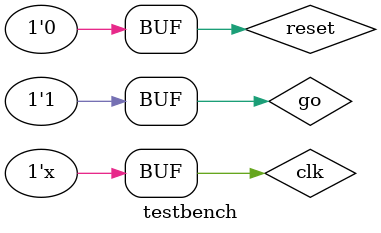
<source format=v>
`timescale 1ns/1ns

module testbench();
	reg		clk;
	reg		reset;

	// =================================
	//   RUN STUFF
	// =================================

	reg go;

	// Setup clock, reset
	initial begin
		clk = 1'b0;
		go = 1'b1;
		
		// Keep reset on for a couple of cycles
		reset = 1'b0;
		#10
		reset = 1'b1;
		#30
		reset = 1'b0;
	end

	// Run clock
	always begin
		#10
		clk = !clk;
	end

	// Generate a bitvec that goes from all bits are different to all bits are same
	reg	signed	[71:0]	right_bitvec;
	reg	signed	[71:0]	left_bitvec;
	reg					bitvec_val;
	always @(posedge clk) begin
		if (reset) begin
			//right_bitvec <= 72'hFF_FFFF_FFFF_FFFF_FFFF;
			right_bitvec <= 72'h00_0000_0000_0000_0000;
			left_bitvec <= 72'd0;
			bitvec_val <= 0;
		end
		else begin
			if (right_bitvec == 72'hFF_FFFF_FFFF_FFFF_FFFF || right_bitvec == 72'dz) begin
				right_bitvec <= 72'dz;
				left_bitvec <= 72'dz;
				bitvec_val <= 0;
			end
			else begin
				right_bitvec <= (right_bitvec >>> 1) | 72'h80_0000_0000_0000_0000;
				left_bitvec <= 72'd0;
				bitvec_val <= 1;
			end
		end
	end

	wire		[5:0]	disparity;
	wire				disparity_valid;
	correlate my_corr(
		.clk(clk),
		.reset(reset),
		.left_bitvec(left_bitvec),
		.right_bitvec(right_bitvec),
		.bitvec_val(bitvec_val),
		.pixel_x(),
		.pixel_y(),
		.disparity_val(disparity_valid),
		.disparity(disparity)
	);

	// Print statements, etc
	initial begin
		#100
		$display("Yoooooooooo");
	end
endmodule
</source>
